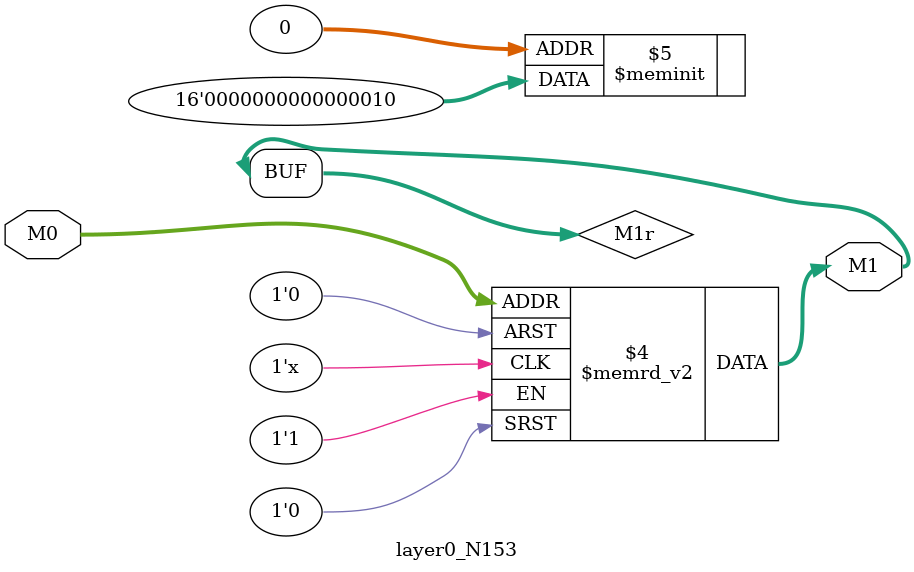
<source format=v>
module layer0_N153 ( input [2:0] M0, output [1:0] M1 );

	(*rom_style = "distributed" *) reg [1:0] M1r;
	assign M1 = M1r;
	always @ (M0) begin
		case (M0)
			3'b000: M1r = 2'b10;
			3'b100: M1r = 2'b00;
			3'b010: M1r = 2'b00;
			3'b110: M1r = 2'b00;
			3'b001: M1r = 2'b00;
			3'b101: M1r = 2'b00;
			3'b011: M1r = 2'b00;
			3'b111: M1r = 2'b00;

		endcase
	end
endmodule

</source>
